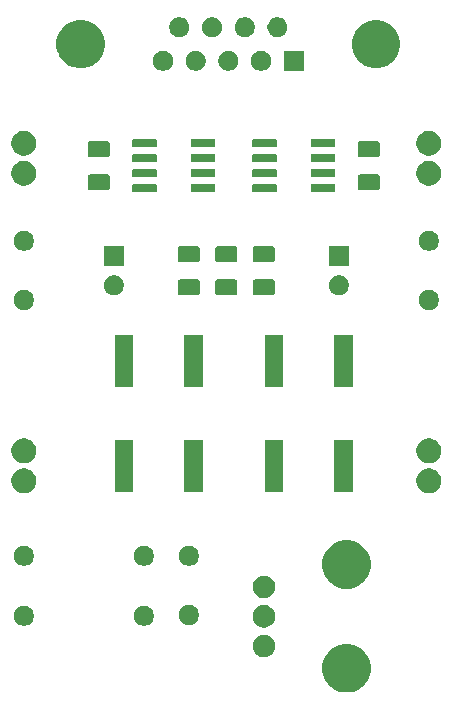
<source format=gbr>
G04 #@! TF.GenerationSoftware,KiCad,Pcbnew,5.1.5-52549c5~84~ubuntu18.04.1*
G04 #@! TF.CreationDate,2020-04-22T17:40:04-07:00*
G04 #@! TF.ProjectId,clock_generator,636c6f63-6b5f-4676-956e-657261746f72,rev?*
G04 #@! TF.SameCoordinates,Original*
G04 #@! TF.FileFunction,Soldermask,Top*
G04 #@! TF.FilePolarity,Negative*
%FSLAX46Y46*%
G04 Gerber Fmt 4.6, Leading zero omitted, Abs format (unit mm)*
G04 Created by KiCad (PCBNEW 5.1.5-52549c5~84~ubuntu18.04.1) date 2020-04-22 17:40:04*
%MOMM*%
%LPD*%
G04 APERTURE LIST*
%ADD10C,0.100000*%
G04 APERTURE END LIST*
D10*
G36*
X132058254Y-115497818D02*
G01*
X132431511Y-115652426D01*
X132431513Y-115652427D01*
X132767436Y-115876884D01*
X133053116Y-116162564D01*
X133268196Y-116484453D01*
X133277574Y-116498489D01*
X133432182Y-116871746D01*
X133511000Y-117267993D01*
X133511000Y-117672007D01*
X133432182Y-118068254D01*
X133277574Y-118441511D01*
X133277573Y-118441513D01*
X133053116Y-118777436D01*
X132767436Y-119063116D01*
X132431513Y-119287573D01*
X132431512Y-119287574D01*
X132431511Y-119287574D01*
X132058254Y-119442182D01*
X131662007Y-119521000D01*
X131257993Y-119521000D01*
X130861746Y-119442182D01*
X130488489Y-119287574D01*
X130488488Y-119287574D01*
X130488487Y-119287573D01*
X130152564Y-119063116D01*
X129866884Y-118777436D01*
X129642427Y-118441513D01*
X129642426Y-118441511D01*
X129487818Y-118068254D01*
X129409000Y-117672007D01*
X129409000Y-117267993D01*
X129487818Y-116871746D01*
X129642426Y-116498489D01*
X129651805Y-116484453D01*
X129866884Y-116162564D01*
X130152564Y-115876884D01*
X130488487Y-115652427D01*
X130488489Y-115652426D01*
X130861746Y-115497818D01*
X131257993Y-115419000D01*
X131662007Y-115419000D01*
X132058254Y-115497818D01*
G37*
G36*
X124737395Y-114655546D02*
G01*
X124910466Y-114727234D01*
X124910467Y-114727235D01*
X125066227Y-114831310D01*
X125198690Y-114963773D01*
X125198691Y-114963775D01*
X125302766Y-115119534D01*
X125374454Y-115292605D01*
X125411000Y-115476333D01*
X125411000Y-115663667D01*
X125374454Y-115847395D01*
X125302766Y-116020466D01*
X125302765Y-116020467D01*
X125198690Y-116176227D01*
X125066227Y-116308690D01*
X124987818Y-116361081D01*
X124910466Y-116412766D01*
X124737395Y-116484454D01*
X124553667Y-116521000D01*
X124366333Y-116521000D01*
X124182605Y-116484454D01*
X124009534Y-116412766D01*
X123932182Y-116361081D01*
X123853773Y-116308690D01*
X123721310Y-116176227D01*
X123617235Y-116020467D01*
X123617234Y-116020466D01*
X123545546Y-115847395D01*
X123509000Y-115663667D01*
X123509000Y-115476333D01*
X123545546Y-115292605D01*
X123617234Y-115119534D01*
X123721309Y-114963775D01*
X123721310Y-114963773D01*
X123853773Y-114831310D01*
X124009533Y-114727235D01*
X124009534Y-114727234D01*
X124182605Y-114655546D01*
X124366333Y-114619000D01*
X124553667Y-114619000D01*
X124737395Y-114655546D01*
G37*
G36*
X124737395Y-112155546D02*
G01*
X124910466Y-112227234D01*
X124910467Y-112227235D01*
X125066227Y-112331310D01*
X125198690Y-112463773D01*
X125198691Y-112463775D01*
X125302766Y-112619534D01*
X125374454Y-112792605D01*
X125411000Y-112976333D01*
X125411000Y-113163667D01*
X125374454Y-113347395D01*
X125302766Y-113520466D01*
X125302765Y-113520467D01*
X125198690Y-113676227D01*
X125066227Y-113808690D01*
X125006954Y-113848295D01*
X124910466Y-113912766D01*
X124737395Y-113984454D01*
X124553667Y-114021000D01*
X124366333Y-114021000D01*
X124182605Y-113984454D01*
X124009534Y-113912766D01*
X123913046Y-113848295D01*
X123853773Y-113808690D01*
X123721310Y-113676227D01*
X123617235Y-113520467D01*
X123617234Y-113520466D01*
X123545546Y-113347395D01*
X123509000Y-113163667D01*
X123509000Y-112976333D01*
X123545546Y-112792605D01*
X123617234Y-112619534D01*
X123721309Y-112463775D01*
X123721310Y-112463773D01*
X123853773Y-112331310D01*
X124009533Y-112227235D01*
X124009534Y-112227234D01*
X124182605Y-112155546D01*
X124366333Y-112119000D01*
X124553667Y-112119000D01*
X124737395Y-112155546D01*
G37*
G36*
X114548228Y-112211703D02*
G01*
X114703100Y-112275853D01*
X114842481Y-112368985D01*
X114961015Y-112487519D01*
X115054147Y-112626900D01*
X115118297Y-112781772D01*
X115151000Y-112946184D01*
X115151000Y-113113816D01*
X115118297Y-113278228D01*
X115054147Y-113433100D01*
X114961015Y-113572481D01*
X114842481Y-113691015D01*
X114703100Y-113784147D01*
X114548228Y-113848297D01*
X114383816Y-113881000D01*
X114216184Y-113881000D01*
X114051772Y-113848297D01*
X113896900Y-113784147D01*
X113757519Y-113691015D01*
X113638985Y-113572481D01*
X113545853Y-113433100D01*
X113481703Y-113278228D01*
X113449000Y-113113816D01*
X113449000Y-112946184D01*
X113481703Y-112781772D01*
X113545853Y-112626900D01*
X113638985Y-112487519D01*
X113757519Y-112368985D01*
X113896900Y-112275853D01*
X114051772Y-112211703D01*
X114216184Y-112179000D01*
X114383816Y-112179000D01*
X114548228Y-112211703D01*
G37*
G36*
X104388228Y-112211703D02*
G01*
X104543100Y-112275853D01*
X104682481Y-112368985D01*
X104801015Y-112487519D01*
X104894147Y-112626900D01*
X104958297Y-112781772D01*
X104991000Y-112946184D01*
X104991000Y-113113816D01*
X104958297Y-113278228D01*
X104894147Y-113433100D01*
X104801015Y-113572481D01*
X104682481Y-113691015D01*
X104543100Y-113784147D01*
X104388228Y-113848297D01*
X104223816Y-113881000D01*
X104056184Y-113881000D01*
X103891772Y-113848297D01*
X103736900Y-113784147D01*
X103597519Y-113691015D01*
X103478985Y-113572481D01*
X103385853Y-113433100D01*
X103321703Y-113278228D01*
X103289000Y-113113816D01*
X103289000Y-112946184D01*
X103321703Y-112781772D01*
X103385853Y-112626900D01*
X103478985Y-112487519D01*
X103597519Y-112368985D01*
X103736900Y-112275853D01*
X103891772Y-112211703D01*
X104056184Y-112179000D01*
X104223816Y-112179000D01*
X104388228Y-112211703D01*
G37*
G36*
X118358228Y-112131703D02*
G01*
X118513100Y-112195853D01*
X118652481Y-112288985D01*
X118771015Y-112407519D01*
X118864147Y-112546900D01*
X118928297Y-112701772D01*
X118961000Y-112866184D01*
X118961000Y-113033816D01*
X118928297Y-113198228D01*
X118864147Y-113353100D01*
X118771015Y-113492481D01*
X118652481Y-113611015D01*
X118513100Y-113704147D01*
X118358228Y-113768297D01*
X118193816Y-113801000D01*
X118026184Y-113801000D01*
X117861772Y-113768297D01*
X117706900Y-113704147D01*
X117567519Y-113611015D01*
X117448985Y-113492481D01*
X117355853Y-113353100D01*
X117291703Y-113198228D01*
X117259000Y-113033816D01*
X117259000Y-112866184D01*
X117291703Y-112701772D01*
X117355853Y-112546900D01*
X117448985Y-112407519D01*
X117567519Y-112288985D01*
X117706900Y-112195853D01*
X117861772Y-112131703D01*
X118026184Y-112099000D01*
X118193816Y-112099000D01*
X118358228Y-112131703D01*
G37*
G36*
X124737395Y-109655546D02*
G01*
X124910466Y-109727234D01*
X124910467Y-109727235D01*
X125066227Y-109831310D01*
X125198690Y-109963773D01*
X125198691Y-109963775D01*
X125302766Y-110119534D01*
X125374454Y-110292605D01*
X125411000Y-110476333D01*
X125411000Y-110663667D01*
X125374454Y-110847395D01*
X125302766Y-111020466D01*
X125302765Y-111020467D01*
X125198690Y-111176227D01*
X125066227Y-111308690D01*
X124987818Y-111361081D01*
X124910466Y-111412766D01*
X124737395Y-111484454D01*
X124553667Y-111521000D01*
X124366333Y-111521000D01*
X124182605Y-111484454D01*
X124009534Y-111412766D01*
X123932182Y-111361081D01*
X123853773Y-111308690D01*
X123721310Y-111176227D01*
X123617235Y-111020467D01*
X123617234Y-111020466D01*
X123545546Y-110847395D01*
X123509000Y-110663667D01*
X123509000Y-110476333D01*
X123545546Y-110292605D01*
X123617234Y-110119534D01*
X123721309Y-109963775D01*
X123721310Y-109963773D01*
X123853773Y-109831310D01*
X124009533Y-109727235D01*
X124009534Y-109727234D01*
X124182605Y-109655546D01*
X124366333Y-109619000D01*
X124553667Y-109619000D01*
X124737395Y-109655546D01*
G37*
G36*
X132058254Y-106697818D02*
G01*
X132431511Y-106852426D01*
X132431513Y-106852427D01*
X132767436Y-107076884D01*
X133053116Y-107362564D01*
X133176288Y-107546903D01*
X133277574Y-107698489D01*
X133432182Y-108071746D01*
X133511000Y-108467993D01*
X133511000Y-108872007D01*
X133432182Y-109268254D01*
X133286898Y-109619000D01*
X133277573Y-109641513D01*
X133053116Y-109977436D01*
X132767436Y-110263116D01*
X132431513Y-110487573D01*
X132431512Y-110487574D01*
X132431511Y-110487574D01*
X132058254Y-110642182D01*
X131662007Y-110721000D01*
X131257993Y-110721000D01*
X130861746Y-110642182D01*
X130488489Y-110487574D01*
X130488488Y-110487574D01*
X130488487Y-110487573D01*
X130152564Y-110263116D01*
X129866884Y-109977436D01*
X129642427Y-109641513D01*
X129633102Y-109619000D01*
X129487818Y-109268254D01*
X129409000Y-108872007D01*
X129409000Y-108467993D01*
X129487818Y-108071746D01*
X129642426Y-107698489D01*
X129743713Y-107546903D01*
X129866884Y-107362564D01*
X130152564Y-107076884D01*
X130488487Y-106852427D01*
X130488489Y-106852426D01*
X130861746Y-106697818D01*
X131257993Y-106619000D01*
X131662007Y-106619000D01*
X132058254Y-106697818D01*
G37*
G36*
X118358228Y-107131703D02*
G01*
X118513100Y-107195853D01*
X118652481Y-107288985D01*
X118771015Y-107407519D01*
X118864147Y-107546900D01*
X118928297Y-107701772D01*
X118961000Y-107866184D01*
X118961000Y-108033816D01*
X118928297Y-108198228D01*
X118864147Y-108353100D01*
X118771015Y-108492481D01*
X118652481Y-108611015D01*
X118513100Y-108704147D01*
X118358228Y-108768297D01*
X118193816Y-108801000D01*
X118026184Y-108801000D01*
X117861772Y-108768297D01*
X117706900Y-108704147D01*
X117567519Y-108611015D01*
X117448985Y-108492481D01*
X117355853Y-108353100D01*
X117291703Y-108198228D01*
X117259000Y-108033816D01*
X117259000Y-107866184D01*
X117291703Y-107701772D01*
X117355853Y-107546900D01*
X117448985Y-107407519D01*
X117567519Y-107288985D01*
X117706900Y-107195853D01*
X117861772Y-107131703D01*
X118026184Y-107099000D01*
X118193816Y-107099000D01*
X118358228Y-107131703D01*
G37*
G36*
X114548228Y-107131703D02*
G01*
X114703100Y-107195853D01*
X114842481Y-107288985D01*
X114961015Y-107407519D01*
X115054147Y-107546900D01*
X115118297Y-107701772D01*
X115151000Y-107866184D01*
X115151000Y-108033816D01*
X115118297Y-108198228D01*
X115054147Y-108353100D01*
X114961015Y-108492481D01*
X114842481Y-108611015D01*
X114703100Y-108704147D01*
X114548228Y-108768297D01*
X114383816Y-108801000D01*
X114216184Y-108801000D01*
X114051772Y-108768297D01*
X113896900Y-108704147D01*
X113757519Y-108611015D01*
X113638985Y-108492481D01*
X113545853Y-108353100D01*
X113481703Y-108198228D01*
X113449000Y-108033816D01*
X113449000Y-107866184D01*
X113481703Y-107701772D01*
X113545853Y-107546900D01*
X113638985Y-107407519D01*
X113757519Y-107288985D01*
X113896900Y-107195853D01*
X114051772Y-107131703D01*
X114216184Y-107099000D01*
X114383816Y-107099000D01*
X114548228Y-107131703D01*
G37*
G36*
X104388228Y-107131703D02*
G01*
X104543100Y-107195853D01*
X104682481Y-107288985D01*
X104801015Y-107407519D01*
X104894147Y-107546900D01*
X104958297Y-107701772D01*
X104991000Y-107866184D01*
X104991000Y-108033816D01*
X104958297Y-108198228D01*
X104894147Y-108353100D01*
X104801015Y-108492481D01*
X104682481Y-108611015D01*
X104543100Y-108704147D01*
X104388228Y-108768297D01*
X104223816Y-108801000D01*
X104056184Y-108801000D01*
X103891772Y-108768297D01*
X103736900Y-108704147D01*
X103597519Y-108611015D01*
X103478985Y-108492481D01*
X103385853Y-108353100D01*
X103321703Y-108198228D01*
X103289000Y-108033816D01*
X103289000Y-107866184D01*
X103321703Y-107701772D01*
X103385853Y-107546900D01*
X103478985Y-107407519D01*
X103597519Y-107288985D01*
X103736900Y-107195853D01*
X103891772Y-107131703D01*
X104056184Y-107099000D01*
X104223816Y-107099000D01*
X104388228Y-107131703D01*
G37*
G36*
X104446564Y-100589389D02*
G01*
X104637833Y-100668615D01*
X104637835Y-100668616D01*
X104690791Y-100704000D01*
X104809973Y-100783635D01*
X104956365Y-100930027D01*
X105071385Y-101102167D01*
X105150611Y-101293436D01*
X105191000Y-101496484D01*
X105191000Y-101703516D01*
X105150611Y-101906564D01*
X105071385Y-102097833D01*
X105071384Y-102097835D01*
X104956365Y-102269973D01*
X104809973Y-102416365D01*
X104637835Y-102531384D01*
X104637834Y-102531385D01*
X104637833Y-102531385D01*
X104446564Y-102610611D01*
X104243516Y-102651000D01*
X104036484Y-102651000D01*
X103833436Y-102610611D01*
X103642167Y-102531385D01*
X103642166Y-102531385D01*
X103642165Y-102531384D01*
X103470027Y-102416365D01*
X103323635Y-102269973D01*
X103208616Y-102097835D01*
X103208615Y-102097833D01*
X103129389Y-101906564D01*
X103089000Y-101703516D01*
X103089000Y-101496484D01*
X103129389Y-101293436D01*
X103208615Y-101102167D01*
X103323635Y-100930027D01*
X103470027Y-100783635D01*
X103589209Y-100704000D01*
X103642165Y-100668616D01*
X103642167Y-100668615D01*
X103833436Y-100589389D01*
X104036484Y-100549000D01*
X104243516Y-100549000D01*
X104446564Y-100589389D01*
G37*
G36*
X138736564Y-100589389D02*
G01*
X138927833Y-100668615D01*
X138927835Y-100668616D01*
X138980791Y-100704000D01*
X139099973Y-100783635D01*
X139246365Y-100930027D01*
X139361385Y-101102167D01*
X139440611Y-101293436D01*
X139481000Y-101496484D01*
X139481000Y-101703516D01*
X139440611Y-101906564D01*
X139361385Y-102097833D01*
X139361384Y-102097835D01*
X139246365Y-102269973D01*
X139099973Y-102416365D01*
X138927835Y-102531384D01*
X138927834Y-102531385D01*
X138927833Y-102531385D01*
X138736564Y-102610611D01*
X138533516Y-102651000D01*
X138326484Y-102651000D01*
X138123436Y-102610611D01*
X137932167Y-102531385D01*
X137932166Y-102531385D01*
X137932165Y-102531384D01*
X137760027Y-102416365D01*
X137613635Y-102269973D01*
X137498616Y-102097835D01*
X137498615Y-102097833D01*
X137419389Y-101906564D01*
X137379000Y-101703516D01*
X137379000Y-101496484D01*
X137419389Y-101293436D01*
X137498615Y-101102167D01*
X137613635Y-100930027D01*
X137760027Y-100783635D01*
X137879209Y-100704000D01*
X137932165Y-100668616D01*
X137932167Y-100668615D01*
X138123436Y-100589389D01*
X138326484Y-100549000D01*
X138533516Y-100549000D01*
X138736564Y-100589389D01*
G37*
G36*
X113396000Y-102556000D02*
G01*
X111844000Y-102556000D01*
X111844000Y-98104000D01*
X113396000Y-98104000D01*
X113396000Y-102556000D01*
G37*
G36*
X119296000Y-102556000D02*
G01*
X117744000Y-102556000D01*
X117744000Y-98104000D01*
X119296000Y-98104000D01*
X119296000Y-102556000D01*
G37*
G36*
X126096000Y-102556000D02*
G01*
X124544000Y-102556000D01*
X124544000Y-98104000D01*
X126096000Y-98104000D01*
X126096000Y-102556000D01*
G37*
G36*
X131996000Y-102556000D02*
G01*
X130444000Y-102556000D01*
X130444000Y-98104000D01*
X131996000Y-98104000D01*
X131996000Y-102556000D01*
G37*
G36*
X138736564Y-98049389D02*
G01*
X138927833Y-98128615D01*
X138927835Y-98128616D01*
X139099973Y-98243635D01*
X139246365Y-98390027D01*
X139361385Y-98562167D01*
X139440611Y-98753436D01*
X139481000Y-98956484D01*
X139481000Y-99163516D01*
X139440611Y-99366564D01*
X139361385Y-99557833D01*
X139361384Y-99557835D01*
X139246365Y-99729973D01*
X139099973Y-99876365D01*
X138927835Y-99991384D01*
X138927834Y-99991385D01*
X138927833Y-99991385D01*
X138736564Y-100070611D01*
X138533516Y-100111000D01*
X138326484Y-100111000D01*
X138123436Y-100070611D01*
X137932167Y-99991385D01*
X137932166Y-99991385D01*
X137932165Y-99991384D01*
X137760027Y-99876365D01*
X137613635Y-99729973D01*
X137498616Y-99557835D01*
X137498615Y-99557833D01*
X137419389Y-99366564D01*
X137379000Y-99163516D01*
X137379000Y-98956484D01*
X137419389Y-98753436D01*
X137498615Y-98562167D01*
X137613635Y-98390027D01*
X137760027Y-98243635D01*
X137932165Y-98128616D01*
X137932167Y-98128615D01*
X138123436Y-98049389D01*
X138326484Y-98009000D01*
X138533516Y-98009000D01*
X138736564Y-98049389D01*
G37*
G36*
X104446564Y-98049389D02*
G01*
X104637833Y-98128615D01*
X104637835Y-98128616D01*
X104809973Y-98243635D01*
X104956365Y-98390027D01*
X105071385Y-98562167D01*
X105150611Y-98753436D01*
X105191000Y-98956484D01*
X105191000Y-99163516D01*
X105150611Y-99366564D01*
X105071385Y-99557833D01*
X105071384Y-99557835D01*
X104956365Y-99729973D01*
X104809973Y-99876365D01*
X104637835Y-99991384D01*
X104637834Y-99991385D01*
X104637833Y-99991385D01*
X104446564Y-100070611D01*
X104243516Y-100111000D01*
X104036484Y-100111000D01*
X103833436Y-100070611D01*
X103642167Y-99991385D01*
X103642166Y-99991385D01*
X103642165Y-99991384D01*
X103470027Y-99876365D01*
X103323635Y-99729973D01*
X103208616Y-99557835D01*
X103208615Y-99557833D01*
X103129389Y-99366564D01*
X103089000Y-99163516D01*
X103089000Y-98956484D01*
X103129389Y-98753436D01*
X103208615Y-98562167D01*
X103323635Y-98390027D01*
X103470027Y-98243635D01*
X103642165Y-98128616D01*
X103642167Y-98128615D01*
X103833436Y-98049389D01*
X104036484Y-98009000D01*
X104243516Y-98009000D01*
X104446564Y-98049389D01*
G37*
G36*
X119296000Y-93666000D02*
G01*
X117744000Y-93666000D01*
X117744000Y-89214000D01*
X119296000Y-89214000D01*
X119296000Y-93666000D01*
G37*
G36*
X131996000Y-93666000D02*
G01*
X130444000Y-93666000D01*
X130444000Y-89214000D01*
X131996000Y-89214000D01*
X131996000Y-93666000D01*
G37*
G36*
X126096000Y-93666000D02*
G01*
X124544000Y-93666000D01*
X124544000Y-89214000D01*
X126096000Y-89214000D01*
X126096000Y-93666000D01*
G37*
G36*
X113396000Y-93666000D02*
G01*
X111844000Y-93666000D01*
X111844000Y-89214000D01*
X113396000Y-89214000D01*
X113396000Y-93666000D01*
G37*
G36*
X104388228Y-85461703D02*
G01*
X104543100Y-85525853D01*
X104682481Y-85618985D01*
X104801015Y-85737519D01*
X104894147Y-85876900D01*
X104958297Y-86031772D01*
X104991000Y-86196184D01*
X104991000Y-86363816D01*
X104958297Y-86528228D01*
X104894147Y-86683100D01*
X104801015Y-86822481D01*
X104682481Y-86941015D01*
X104543100Y-87034147D01*
X104388228Y-87098297D01*
X104223816Y-87131000D01*
X104056184Y-87131000D01*
X103891772Y-87098297D01*
X103736900Y-87034147D01*
X103597519Y-86941015D01*
X103478985Y-86822481D01*
X103385853Y-86683100D01*
X103321703Y-86528228D01*
X103289000Y-86363816D01*
X103289000Y-86196184D01*
X103321703Y-86031772D01*
X103385853Y-85876900D01*
X103478985Y-85737519D01*
X103597519Y-85618985D01*
X103736900Y-85525853D01*
X103891772Y-85461703D01*
X104056184Y-85429000D01*
X104223816Y-85429000D01*
X104388228Y-85461703D01*
G37*
G36*
X138678228Y-85461703D02*
G01*
X138833100Y-85525853D01*
X138972481Y-85618985D01*
X139091015Y-85737519D01*
X139184147Y-85876900D01*
X139248297Y-86031772D01*
X139281000Y-86196184D01*
X139281000Y-86363816D01*
X139248297Y-86528228D01*
X139184147Y-86683100D01*
X139091015Y-86822481D01*
X138972481Y-86941015D01*
X138833100Y-87034147D01*
X138678228Y-87098297D01*
X138513816Y-87131000D01*
X138346184Y-87131000D01*
X138181772Y-87098297D01*
X138026900Y-87034147D01*
X137887519Y-86941015D01*
X137768985Y-86822481D01*
X137675853Y-86683100D01*
X137611703Y-86528228D01*
X137579000Y-86363816D01*
X137579000Y-86196184D01*
X137611703Y-86031772D01*
X137675853Y-85876900D01*
X137768985Y-85737519D01*
X137887519Y-85618985D01*
X138026900Y-85525853D01*
X138181772Y-85461703D01*
X138346184Y-85429000D01*
X138513816Y-85429000D01*
X138678228Y-85461703D01*
G37*
G36*
X112008228Y-84231703D02*
G01*
X112163100Y-84295853D01*
X112302481Y-84388985D01*
X112421015Y-84507519D01*
X112514147Y-84646900D01*
X112578297Y-84801772D01*
X112611000Y-84966184D01*
X112611000Y-85133816D01*
X112578297Y-85298228D01*
X112514147Y-85453100D01*
X112421015Y-85592481D01*
X112302481Y-85711015D01*
X112163100Y-85804147D01*
X112008228Y-85868297D01*
X111843816Y-85901000D01*
X111676184Y-85901000D01*
X111511772Y-85868297D01*
X111356900Y-85804147D01*
X111217519Y-85711015D01*
X111098985Y-85592481D01*
X111005853Y-85453100D01*
X110941703Y-85298228D01*
X110909000Y-85133816D01*
X110909000Y-84966184D01*
X110941703Y-84801772D01*
X111005853Y-84646900D01*
X111098985Y-84507519D01*
X111217519Y-84388985D01*
X111356900Y-84295853D01*
X111511772Y-84231703D01*
X111676184Y-84199000D01*
X111843816Y-84199000D01*
X112008228Y-84231703D01*
G37*
G36*
X131058228Y-84231703D02*
G01*
X131213100Y-84295853D01*
X131352481Y-84388985D01*
X131471015Y-84507519D01*
X131564147Y-84646900D01*
X131628297Y-84801772D01*
X131661000Y-84966184D01*
X131661000Y-85133816D01*
X131628297Y-85298228D01*
X131564147Y-85453100D01*
X131471015Y-85592481D01*
X131352481Y-85711015D01*
X131213100Y-85804147D01*
X131058228Y-85868297D01*
X130893816Y-85901000D01*
X130726184Y-85901000D01*
X130561772Y-85868297D01*
X130406900Y-85804147D01*
X130267519Y-85711015D01*
X130148985Y-85592481D01*
X130055853Y-85453100D01*
X129991703Y-85298228D01*
X129959000Y-85133816D01*
X129959000Y-84966184D01*
X129991703Y-84801772D01*
X130055853Y-84646900D01*
X130148985Y-84507519D01*
X130267519Y-84388985D01*
X130406900Y-84295853D01*
X130561772Y-84231703D01*
X130726184Y-84199000D01*
X130893816Y-84199000D01*
X131058228Y-84231703D01*
G37*
G36*
X118878604Y-84548347D02*
G01*
X118915144Y-84559432D01*
X118948821Y-84577433D01*
X118978341Y-84601659D01*
X119002567Y-84631179D01*
X119020568Y-84664856D01*
X119031653Y-84701396D01*
X119036000Y-84745538D01*
X119036000Y-85694462D01*
X119031653Y-85738604D01*
X119020568Y-85775144D01*
X119002567Y-85808821D01*
X118978341Y-85838341D01*
X118948821Y-85862567D01*
X118915144Y-85880568D01*
X118878604Y-85891653D01*
X118834462Y-85896000D01*
X117385538Y-85896000D01*
X117341396Y-85891653D01*
X117304856Y-85880568D01*
X117271179Y-85862567D01*
X117241659Y-85838341D01*
X117217433Y-85808821D01*
X117199432Y-85775144D01*
X117188347Y-85738604D01*
X117184000Y-85694462D01*
X117184000Y-84745538D01*
X117188347Y-84701396D01*
X117199432Y-84664856D01*
X117217433Y-84631179D01*
X117241659Y-84601659D01*
X117271179Y-84577433D01*
X117304856Y-84559432D01*
X117341396Y-84548347D01*
X117385538Y-84544000D01*
X118834462Y-84544000D01*
X118878604Y-84548347D01*
G37*
G36*
X122053604Y-84548347D02*
G01*
X122090144Y-84559432D01*
X122123821Y-84577433D01*
X122153341Y-84601659D01*
X122177567Y-84631179D01*
X122195568Y-84664856D01*
X122206653Y-84701396D01*
X122211000Y-84745538D01*
X122211000Y-85694462D01*
X122206653Y-85738604D01*
X122195568Y-85775144D01*
X122177567Y-85808821D01*
X122153341Y-85838341D01*
X122123821Y-85862567D01*
X122090144Y-85880568D01*
X122053604Y-85891653D01*
X122009462Y-85896000D01*
X120560538Y-85896000D01*
X120516396Y-85891653D01*
X120479856Y-85880568D01*
X120446179Y-85862567D01*
X120416659Y-85838341D01*
X120392433Y-85808821D01*
X120374432Y-85775144D01*
X120363347Y-85738604D01*
X120359000Y-85694462D01*
X120359000Y-84745538D01*
X120363347Y-84701396D01*
X120374432Y-84664856D01*
X120392433Y-84631179D01*
X120416659Y-84601659D01*
X120446179Y-84577433D01*
X120479856Y-84559432D01*
X120516396Y-84548347D01*
X120560538Y-84544000D01*
X122009462Y-84544000D01*
X122053604Y-84548347D01*
G37*
G36*
X125228604Y-84548347D02*
G01*
X125265144Y-84559432D01*
X125298821Y-84577433D01*
X125328341Y-84601659D01*
X125352567Y-84631179D01*
X125370568Y-84664856D01*
X125381653Y-84701396D01*
X125386000Y-84745538D01*
X125386000Y-85694462D01*
X125381653Y-85738604D01*
X125370568Y-85775144D01*
X125352567Y-85808821D01*
X125328341Y-85838341D01*
X125298821Y-85862567D01*
X125265144Y-85880568D01*
X125228604Y-85891653D01*
X125184462Y-85896000D01*
X123735538Y-85896000D01*
X123691396Y-85891653D01*
X123654856Y-85880568D01*
X123621179Y-85862567D01*
X123591659Y-85838341D01*
X123567433Y-85808821D01*
X123549432Y-85775144D01*
X123538347Y-85738604D01*
X123534000Y-85694462D01*
X123534000Y-84745538D01*
X123538347Y-84701396D01*
X123549432Y-84664856D01*
X123567433Y-84631179D01*
X123591659Y-84601659D01*
X123621179Y-84577433D01*
X123654856Y-84559432D01*
X123691396Y-84548347D01*
X123735538Y-84544000D01*
X125184462Y-84544000D01*
X125228604Y-84548347D01*
G37*
G36*
X131661000Y-83401000D02*
G01*
X129959000Y-83401000D01*
X129959000Y-81699000D01*
X131661000Y-81699000D01*
X131661000Y-83401000D01*
G37*
G36*
X112611000Y-83401000D02*
G01*
X110909000Y-83401000D01*
X110909000Y-81699000D01*
X112611000Y-81699000D01*
X112611000Y-83401000D01*
G37*
G36*
X125228604Y-81748347D02*
G01*
X125265144Y-81759432D01*
X125298821Y-81777433D01*
X125328341Y-81801659D01*
X125352567Y-81831179D01*
X125370568Y-81864856D01*
X125381653Y-81901396D01*
X125386000Y-81945538D01*
X125386000Y-82894462D01*
X125381653Y-82938604D01*
X125370568Y-82975144D01*
X125352567Y-83008821D01*
X125328341Y-83038341D01*
X125298821Y-83062567D01*
X125265144Y-83080568D01*
X125228604Y-83091653D01*
X125184462Y-83096000D01*
X123735538Y-83096000D01*
X123691396Y-83091653D01*
X123654856Y-83080568D01*
X123621179Y-83062567D01*
X123591659Y-83038341D01*
X123567433Y-83008821D01*
X123549432Y-82975144D01*
X123538347Y-82938604D01*
X123534000Y-82894462D01*
X123534000Y-81945538D01*
X123538347Y-81901396D01*
X123549432Y-81864856D01*
X123567433Y-81831179D01*
X123591659Y-81801659D01*
X123621179Y-81777433D01*
X123654856Y-81759432D01*
X123691396Y-81748347D01*
X123735538Y-81744000D01*
X125184462Y-81744000D01*
X125228604Y-81748347D01*
G37*
G36*
X118878604Y-81748347D02*
G01*
X118915144Y-81759432D01*
X118948821Y-81777433D01*
X118978341Y-81801659D01*
X119002567Y-81831179D01*
X119020568Y-81864856D01*
X119031653Y-81901396D01*
X119036000Y-81945538D01*
X119036000Y-82894462D01*
X119031653Y-82938604D01*
X119020568Y-82975144D01*
X119002567Y-83008821D01*
X118978341Y-83038341D01*
X118948821Y-83062567D01*
X118915144Y-83080568D01*
X118878604Y-83091653D01*
X118834462Y-83096000D01*
X117385538Y-83096000D01*
X117341396Y-83091653D01*
X117304856Y-83080568D01*
X117271179Y-83062567D01*
X117241659Y-83038341D01*
X117217433Y-83008821D01*
X117199432Y-82975144D01*
X117188347Y-82938604D01*
X117184000Y-82894462D01*
X117184000Y-81945538D01*
X117188347Y-81901396D01*
X117199432Y-81864856D01*
X117217433Y-81831179D01*
X117241659Y-81801659D01*
X117271179Y-81777433D01*
X117304856Y-81759432D01*
X117341396Y-81748347D01*
X117385538Y-81744000D01*
X118834462Y-81744000D01*
X118878604Y-81748347D01*
G37*
G36*
X122053604Y-81748347D02*
G01*
X122090144Y-81759432D01*
X122123821Y-81777433D01*
X122153341Y-81801659D01*
X122177567Y-81831179D01*
X122195568Y-81864856D01*
X122206653Y-81901396D01*
X122211000Y-81945538D01*
X122211000Y-82894462D01*
X122206653Y-82938604D01*
X122195568Y-82975144D01*
X122177567Y-83008821D01*
X122153341Y-83038341D01*
X122123821Y-83062567D01*
X122090144Y-83080568D01*
X122053604Y-83091653D01*
X122009462Y-83096000D01*
X120560538Y-83096000D01*
X120516396Y-83091653D01*
X120479856Y-83080568D01*
X120446179Y-83062567D01*
X120416659Y-83038341D01*
X120392433Y-83008821D01*
X120374432Y-82975144D01*
X120363347Y-82938604D01*
X120359000Y-82894462D01*
X120359000Y-81945538D01*
X120363347Y-81901396D01*
X120374432Y-81864856D01*
X120392433Y-81831179D01*
X120416659Y-81801659D01*
X120446179Y-81777433D01*
X120479856Y-81759432D01*
X120516396Y-81748347D01*
X120560538Y-81744000D01*
X122009462Y-81744000D01*
X122053604Y-81748347D01*
G37*
G36*
X104388228Y-80461703D02*
G01*
X104543100Y-80525853D01*
X104682481Y-80618985D01*
X104801015Y-80737519D01*
X104894147Y-80876900D01*
X104958297Y-81031772D01*
X104991000Y-81196184D01*
X104991000Y-81363816D01*
X104958297Y-81528228D01*
X104894147Y-81683100D01*
X104801015Y-81822481D01*
X104682481Y-81941015D01*
X104543100Y-82034147D01*
X104388228Y-82098297D01*
X104223816Y-82131000D01*
X104056184Y-82131000D01*
X103891772Y-82098297D01*
X103736900Y-82034147D01*
X103597519Y-81941015D01*
X103478985Y-81822481D01*
X103385853Y-81683100D01*
X103321703Y-81528228D01*
X103289000Y-81363816D01*
X103289000Y-81196184D01*
X103321703Y-81031772D01*
X103385853Y-80876900D01*
X103478985Y-80737519D01*
X103597519Y-80618985D01*
X103736900Y-80525853D01*
X103891772Y-80461703D01*
X104056184Y-80429000D01*
X104223816Y-80429000D01*
X104388228Y-80461703D01*
G37*
G36*
X138678228Y-80461703D02*
G01*
X138833100Y-80525853D01*
X138972481Y-80618985D01*
X139091015Y-80737519D01*
X139184147Y-80876900D01*
X139248297Y-81031772D01*
X139281000Y-81196184D01*
X139281000Y-81363816D01*
X139248297Y-81528228D01*
X139184147Y-81683100D01*
X139091015Y-81822481D01*
X138972481Y-81941015D01*
X138833100Y-82034147D01*
X138678228Y-82098297D01*
X138513816Y-82131000D01*
X138346184Y-82131000D01*
X138181772Y-82098297D01*
X138026900Y-82034147D01*
X137887519Y-81941015D01*
X137768985Y-81822481D01*
X137675853Y-81683100D01*
X137611703Y-81528228D01*
X137579000Y-81363816D01*
X137579000Y-81196184D01*
X137611703Y-81031772D01*
X137675853Y-80876900D01*
X137768985Y-80737519D01*
X137887519Y-80618985D01*
X138026900Y-80525853D01*
X138181772Y-80461703D01*
X138346184Y-80429000D01*
X138513816Y-80429000D01*
X138678228Y-80461703D01*
G37*
G36*
X120249928Y-76486764D02*
G01*
X120271009Y-76493160D01*
X120290445Y-76503548D01*
X120307476Y-76517524D01*
X120321452Y-76534555D01*
X120331840Y-76553991D01*
X120338236Y-76575072D01*
X120341000Y-76603140D01*
X120341000Y-77066860D01*
X120338236Y-77094928D01*
X120331840Y-77116009D01*
X120321452Y-77135445D01*
X120307476Y-77152476D01*
X120290445Y-77166452D01*
X120271009Y-77176840D01*
X120249928Y-77183236D01*
X120221860Y-77186000D01*
X118408140Y-77186000D01*
X118380072Y-77183236D01*
X118358991Y-77176840D01*
X118339555Y-77166452D01*
X118322524Y-77152476D01*
X118308548Y-77135445D01*
X118298160Y-77116009D01*
X118291764Y-77094928D01*
X118289000Y-77066860D01*
X118289000Y-76603140D01*
X118291764Y-76575072D01*
X118298160Y-76553991D01*
X118308548Y-76534555D01*
X118322524Y-76517524D01*
X118339555Y-76503548D01*
X118358991Y-76493160D01*
X118380072Y-76486764D01*
X118408140Y-76484000D01*
X120221860Y-76484000D01*
X120249928Y-76486764D01*
G37*
G36*
X115299928Y-76486764D02*
G01*
X115321009Y-76493160D01*
X115340445Y-76503548D01*
X115357476Y-76517524D01*
X115371452Y-76534555D01*
X115381840Y-76553991D01*
X115388236Y-76575072D01*
X115391000Y-76603140D01*
X115391000Y-77066860D01*
X115388236Y-77094928D01*
X115381840Y-77116009D01*
X115371452Y-77135445D01*
X115357476Y-77152476D01*
X115340445Y-77166452D01*
X115321009Y-77176840D01*
X115299928Y-77183236D01*
X115271860Y-77186000D01*
X113458140Y-77186000D01*
X113430072Y-77183236D01*
X113408991Y-77176840D01*
X113389555Y-77166452D01*
X113372524Y-77152476D01*
X113358548Y-77135445D01*
X113348160Y-77116009D01*
X113341764Y-77094928D01*
X113339000Y-77066860D01*
X113339000Y-76603140D01*
X113341764Y-76575072D01*
X113348160Y-76553991D01*
X113358548Y-76534555D01*
X113372524Y-76517524D01*
X113389555Y-76503548D01*
X113408991Y-76493160D01*
X113430072Y-76486764D01*
X113458140Y-76484000D01*
X115271860Y-76484000D01*
X115299928Y-76486764D01*
G37*
G36*
X130409928Y-76486764D02*
G01*
X130431009Y-76493160D01*
X130450445Y-76503548D01*
X130467476Y-76517524D01*
X130481452Y-76534555D01*
X130491840Y-76553991D01*
X130498236Y-76575072D01*
X130501000Y-76603140D01*
X130501000Y-77066860D01*
X130498236Y-77094928D01*
X130491840Y-77116009D01*
X130481452Y-77135445D01*
X130467476Y-77152476D01*
X130450445Y-77166452D01*
X130431009Y-77176840D01*
X130409928Y-77183236D01*
X130381860Y-77186000D01*
X128568140Y-77186000D01*
X128540072Y-77183236D01*
X128518991Y-77176840D01*
X128499555Y-77166452D01*
X128482524Y-77152476D01*
X128468548Y-77135445D01*
X128458160Y-77116009D01*
X128451764Y-77094928D01*
X128449000Y-77066860D01*
X128449000Y-76603140D01*
X128451764Y-76575072D01*
X128458160Y-76553991D01*
X128468548Y-76534555D01*
X128482524Y-76517524D01*
X128499555Y-76503548D01*
X128518991Y-76493160D01*
X128540072Y-76486764D01*
X128568140Y-76484000D01*
X130381860Y-76484000D01*
X130409928Y-76486764D01*
G37*
G36*
X125459928Y-76486764D02*
G01*
X125481009Y-76493160D01*
X125500445Y-76503548D01*
X125517476Y-76517524D01*
X125531452Y-76534555D01*
X125541840Y-76553991D01*
X125548236Y-76575072D01*
X125551000Y-76603140D01*
X125551000Y-77066860D01*
X125548236Y-77094928D01*
X125541840Y-77116009D01*
X125531452Y-77135445D01*
X125517476Y-77152476D01*
X125500445Y-77166452D01*
X125481009Y-77176840D01*
X125459928Y-77183236D01*
X125431860Y-77186000D01*
X123618140Y-77186000D01*
X123590072Y-77183236D01*
X123568991Y-77176840D01*
X123549555Y-77166452D01*
X123532524Y-77152476D01*
X123518548Y-77135445D01*
X123508160Y-77116009D01*
X123501764Y-77094928D01*
X123499000Y-77066860D01*
X123499000Y-76603140D01*
X123501764Y-76575072D01*
X123508160Y-76553991D01*
X123518548Y-76534555D01*
X123532524Y-76517524D01*
X123549555Y-76503548D01*
X123568991Y-76493160D01*
X123590072Y-76486764D01*
X123618140Y-76484000D01*
X125431860Y-76484000D01*
X125459928Y-76486764D01*
G37*
G36*
X111258604Y-75658347D02*
G01*
X111295144Y-75669432D01*
X111328821Y-75687433D01*
X111358341Y-75711659D01*
X111382567Y-75741179D01*
X111400568Y-75774856D01*
X111411653Y-75811396D01*
X111416000Y-75855538D01*
X111416000Y-76804462D01*
X111411653Y-76848604D01*
X111400568Y-76885144D01*
X111382567Y-76918821D01*
X111358341Y-76948341D01*
X111328821Y-76972567D01*
X111295144Y-76990568D01*
X111258604Y-77001653D01*
X111214462Y-77006000D01*
X109765538Y-77006000D01*
X109721396Y-77001653D01*
X109684856Y-76990568D01*
X109651179Y-76972567D01*
X109621659Y-76948341D01*
X109597433Y-76918821D01*
X109579432Y-76885144D01*
X109568347Y-76848604D01*
X109564000Y-76804462D01*
X109564000Y-75855538D01*
X109568347Y-75811396D01*
X109579432Y-75774856D01*
X109597433Y-75741179D01*
X109621659Y-75711659D01*
X109651179Y-75687433D01*
X109684856Y-75669432D01*
X109721396Y-75658347D01*
X109765538Y-75654000D01*
X111214462Y-75654000D01*
X111258604Y-75658347D01*
G37*
G36*
X134118604Y-75658347D02*
G01*
X134155144Y-75669432D01*
X134188821Y-75687433D01*
X134218341Y-75711659D01*
X134242567Y-75741179D01*
X134260568Y-75774856D01*
X134271653Y-75811396D01*
X134276000Y-75855538D01*
X134276000Y-76804462D01*
X134271653Y-76848604D01*
X134260568Y-76885144D01*
X134242567Y-76918821D01*
X134218341Y-76948341D01*
X134188821Y-76972567D01*
X134155144Y-76990568D01*
X134118604Y-77001653D01*
X134074462Y-77006000D01*
X132625538Y-77006000D01*
X132581396Y-77001653D01*
X132544856Y-76990568D01*
X132511179Y-76972567D01*
X132481659Y-76948341D01*
X132457433Y-76918821D01*
X132439432Y-76885144D01*
X132428347Y-76848604D01*
X132424000Y-76804462D01*
X132424000Y-75855538D01*
X132428347Y-75811396D01*
X132439432Y-75774856D01*
X132457433Y-75741179D01*
X132481659Y-75711659D01*
X132511179Y-75687433D01*
X132544856Y-75669432D01*
X132581396Y-75658347D01*
X132625538Y-75654000D01*
X134074462Y-75654000D01*
X134118604Y-75658347D01*
G37*
G36*
X104446564Y-74554389D02*
G01*
X104637833Y-74633615D01*
X104637835Y-74633616D01*
X104642660Y-74636840D01*
X104809973Y-74748635D01*
X104956365Y-74895027D01*
X105071385Y-75067167D01*
X105150611Y-75258436D01*
X105191000Y-75461484D01*
X105191000Y-75668516D01*
X105150611Y-75871564D01*
X105071385Y-76062833D01*
X105071384Y-76062835D01*
X104956365Y-76234973D01*
X104809973Y-76381365D01*
X104637835Y-76496384D01*
X104637834Y-76496385D01*
X104637833Y-76496385D01*
X104446564Y-76575611D01*
X104243516Y-76616000D01*
X104036484Y-76616000D01*
X103833436Y-76575611D01*
X103642167Y-76496385D01*
X103642166Y-76496385D01*
X103642165Y-76496384D01*
X103470027Y-76381365D01*
X103323635Y-76234973D01*
X103208616Y-76062835D01*
X103208615Y-76062833D01*
X103129389Y-75871564D01*
X103089000Y-75668516D01*
X103089000Y-75461484D01*
X103129389Y-75258436D01*
X103208615Y-75067167D01*
X103323635Y-74895027D01*
X103470027Y-74748635D01*
X103637340Y-74636840D01*
X103642165Y-74633616D01*
X103642167Y-74633615D01*
X103833436Y-74554389D01*
X104036484Y-74514000D01*
X104243516Y-74514000D01*
X104446564Y-74554389D01*
G37*
G36*
X138736564Y-74554389D02*
G01*
X138927833Y-74633615D01*
X138927835Y-74633616D01*
X138932660Y-74636840D01*
X139099973Y-74748635D01*
X139246365Y-74895027D01*
X139361385Y-75067167D01*
X139440611Y-75258436D01*
X139481000Y-75461484D01*
X139481000Y-75668516D01*
X139440611Y-75871564D01*
X139361385Y-76062833D01*
X139361384Y-76062835D01*
X139246365Y-76234973D01*
X139099973Y-76381365D01*
X138927835Y-76496384D01*
X138927834Y-76496385D01*
X138927833Y-76496385D01*
X138736564Y-76575611D01*
X138533516Y-76616000D01*
X138326484Y-76616000D01*
X138123436Y-76575611D01*
X137932167Y-76496385D01*
X137932166Y-76496385D01*
X137932165Y-76496384D01*
X137760027Y-76381365D01*
X137613635Y-76234973D01*
X137498616Y-76062835D01*
X137498615Y-76062833D01*
X137419389Y-75871564D01*
X137379000Y-75668516D01*
X137379000Y-75461484D01*
X137419389Y-75258436D01*
X137498615Y-75067167D01*
X137613635Y-74895027D01*
X137760027Y-74748635D01*
X137927340Y-74636840D01*
X137932165Y-74633616D01*
X137932167Y-74633615D01*
X138123436Y-74554389D01*
X138326484Y-74514000D01*
X138533516Y-74514000D01*
X138736564Y-74554389D01*
G37*
G36*
X130409928Y-75216764D02*
G01*
X130431009Y-75223160D01*
X130450445Y-75233548D01*
X130467476Y-75247524D01*
X130481452Y-75264555D01*
X130491840Y-75283991D01*
X130498236Y-75305072D01*
X130501000Y-75333140D01*
X130501000Y-75796860D01*
X130498236Y-75824928D01*
X130491840Y-75846009D01*
X130481452Y-75865445D01*
X130467476Y-75882476D01*
X130450445Y-75896452D01*
X130431009Y-75906840D01*
X130409928Y-75913236D01*
X130381860Y-75916000D01*
X128568140Y-75916000D01*
X128540072Y-75913236D01*
X128518991Y-75906840D01*
X128499555Y-75896452D01*
X128482524Y-75882476D01*
X128468548Y-75865445D01*
X128458160Y-75846009D01*
X128451764Y-75824928D01*
X128449000Y-75796860D01*
X128449000Y-75333140D01*
X128451764Y-75305072D01*
X128458160Y-75283991D01*
X128468548Y-75264555D01*
X128482524Y-75247524D01*
X128499555Y-75233548D01*
X128518991Y-75223160D01*
X128540072Y-75216764D01*
X128568140Y-75214000D01*
X130381860Y-75214000D01*
X130409928Y-75216764D01*
G37*
G36*
X115299928Y-75216764D02*
G01*
X115321009Y-75223160D01*
X115340445Y-75233548D01*
X115357476Y-75247524D01*
X115371452Y-75264555D01*
X115381840Y-75283991D01*
X115388236Y-75305072D01*
X115391000Y-75333140D01*
X115391000Y-75796860D01*
X115388236Y-75824928D01*
X115381840Y-75846009D01*
X115371452Y-75865445D01*
X115357476Y-75882476D01*
X115340445Y-75896452D01*
X115321009Y-75906840D01*
X115299928Y-75913236D01*
X115271860Y-75916000D01*
X113458140Y-75916000D01*
X113430072Y-75913236D01*
X113408991Y-75906840D01*
X113389555Y-75896452D01*
X113372524Y-75882476D01*
X113358548Y-75865445D01*
X113348160Y-75846009D01*
X113341764Y-75824928D01*
X113339000Y-75796860D01*
X113339000Y-75333140D01*
X113341764Y-75305072D01*
X113348160Y-75283991D01*
X113358548Y-75264555D01*
X113372524Y-75247524D01*
X113389555Y-75233548D01*
X113408991Y-75223160D01*
X113430072Y-75216764D01*
X113458140Y-75214000D01*
X115271860Y-75214000D01*
X115299928Y-75216764D01*
G37*
G36*
X120249928Y-75216764D02*
G01*
X120271009Y-75223160D01*
X120290445Y-75233548D01*
X120307476Y-75247524D01*
X120321452Y-75264555D01*
X120331840Y-75283991D01*
X120338236Y-75305072D01*
X120341000Y-75333140D01*
X120341000Y-75796860D01*
X120338236Y-75824928D01*
X120331840Y-75846009D01*
X120321452Y-75865445D01*
X120307476Y-75882476D01*
X120290445Y-75896452D01*
X120271009Y-75906840D01*
X120249928Y-75913236D01*
X120221860Y-75916000D01*
X118408140Y-75916000D01*
X118380072Y-75913236D01*
X118358991Y-75906840D01*
X118339555Y-75896452D01*
X118322524Y-75882476D01*
X118308548Y-75865445D01*
X118298160Y-75846009D01*
X118291764Y-75824928D01*
X118289000Y-75796860D01*
X118289000Y-75333140D01*
X118291764Y-75305072D01*
X118298160Y-75283991D01*
X118308548Y-75264555D01*
X118322524Y-75247524D01*
X118339555Y-75233548D01*
X118358991Y-75223160D01*
X118380072Y-75216764D01*
X118408140Y-75214000D01*
X120221860Y-75214000D01*
X120249928Y-75216764D01*
G37*
G36*
X125459928Y-75216764D02*
G01*
X125481009Y-75223160D01*
X125500445Y-75233548D01*
X125517476Y-75247524D01*
X125531452Y-75264555D01*
X125541840Y-75283991D01*
X125548236Y-75305072D01*
X125551000Y-75333140D01*
X125551000Y-75796860D01*
X125548236Y-75824928D01*
X125541840Y-75846009D01*
X125531452Y-75865445D01*
X125517476Y-75882476D01*
X125500445Y-75896452D01*
X125481009Y-75906840D01*
X125459928Y-75913236D01*
X125431860Y-75916000D01*
X123618140Y-75916000D01*
X123590072Y-75913236D01*
X123568991Y-75906840D01*
X123549555Y-75896452D01*
X123532524Y-75882476D01*
X123518548Y-75865445D01*
X123508160Y-75846009D01*
X123501764Y-75824928D01*
X123499000Y-75796860D01*
X123499000Y-75333140D01*
X123501764Y-75305072D01*
X123508160Y-75283991D01*
X123518548Y-75264555D01*
X123532524Y-75247524D01*
X123549555Y-75233548D01*
X123568991Y-75223160D01*
X123590072Y-75216764D01*
X123618140Y-75214000D01*
X125431860Y-75214000D01*
X125459928Y-75216764D01*
G37*
G36*
X120249928Y-73946764D02*
G01*
X120271009Y-73953160D01*
X120290445Y-73963548D01*
X120307476Y-73977524D01*
X120321452Y-73994555D01*
X120331840Y-74013991D01*
X120338236Y-74035072D01*
X120341000Y-74063140D01*
X120341000Y-74526860D01*
X120338236Y-74554928D01*
X120331840Y-74576009D01*
X120321452Y-74595445D01*
X120307476Y-74612476D01*
X120290445Y-74626452D01*
X120271009Y-74636840D01*
X120249928Y-74643236D01*
X120221860Y-74646000D01*
X118408140Y-74646000D01*
X118380072Y-74643236D01*
X118358991Y-74636840D01*
X118339555Y-74626452D01*
X118322524Y-74612476D01*
X118308548Y-74595445D01*
X118298160Y-74576009D01*
X118291764Y-74554928D01*
X118289000Y-74526860D01*
X118289000Y-74063140D01*
X118291764Y-74035072D01*
X118298160Y-74013991D01*
X118308548Y-73994555D01*
X118322524Y-73977524D01*
X118339555Y-73963548D01*
X118358991Y-73953160D01*
X118380072Y-73946764D01*
X118408140Y-73944000D01*
X120221860Y-73944000D01*
X120249928Y-73946764D01*
G37*
G36*
X115299928Y-73946764D02*
G01*
X115321009Y-73953160D01*
X115340445Y-73963548D01*
X115357476Y-73977524D01*
X115371452Y-73994555D01*
X115381840Y-74013991D01*
X115388236Y-74035072D01*
X115391000Y-74063140D01*
X115391000Y-74526860D01*
X115388236Y-74554928D01*
X115381840Y-74576009D01*
X115371452Y-74595445D01*
X115357476Y-74612476D01*
X115340445Y-74626452D01*
X115321009Y-74636840D01*
X115299928Y-74643236D01*
X115271860Y-74646000D01*
X113458140Y-74646000D01*
X113430072Y-74643236D01*
X113408991Y-74636840D01*
X113389555Y-74626452D01*
X113372524Y-74612476D01*
X113358548Y-74595445D01*
X113348160Y-74576009D01*
X113341764Y-74554928D01*
X113339000Y-74526860D01*
X113339000Y-74063140D01*
X113341764Y-74035072D01*
X113348160Y-74013991D01*
X113358548Y-73994555D01*
X113372524Y-73977524D01*
X113389555Y-73963548D01*
X113408991Y-73953160D01*
X113430072Y-73946764D01*
X113458140Y-73944000D01*
X115271860Y-73944000D01*
X115299928Y-73946764D01*
G37*
G36*
X125459928Y-73946764D02*
G01*
X125481009Y-73953160D01*
X125500445Y-73963548D01*
X125517476Y-73977524D01*
X125531452Y-73994555D01*
X125541840Y-74013991D01*
X125548236Y-74035072D01*
X125551000Y-74063140D01*
X125551000Y-74526860D01*
X125548236Y-74554928D01*
X125541840Y-74576009D01*
X125531452Y-74595445D01*
X125517476Y-74612476D01*
X125500445Y-74626452D01*
X125481009Y-74636840D01*
X125459928Y-74643236D01*
X125431860Y-74646000D01*
X123618140Y-74646000D01*
X123590072Y-74643236D01*
X123568991Y-74636840D01*
X123549555Y-74626452D01*
X123532524Y-74612476D01*
X123518548Y-74595445D01*
X123508160Y-74576009D01*
X123501764Y-74554928D01*
X123499000Y-74526860D01*
X123499000Y-74063140D01*
X123501764Y-74035072D01*
X123508160Y-74013991D01*
X123518548Y-73994555D01*
X123532524Y-73977524D01*
X123549555Y-73963548D01*
X123568991Y-73953160D01*
X123590072Y-73946764D01*
X123618140Y-73944000D01*
X125431860Y-73944000D01*
X125459928Y-73946764D01*
G37*
G36*
X130409928Y-73946764D02*
G01*
X130431009Y-73953160D01*
X130450445Y-73963548D01*
X130467476Y-73977524D01*
X130481452Y-73994555D01*
X130491840Y-74013991D01*
X130498236Y-74035072D01*
X130501000Y-74063140D01*
X130501000Y-74526860D01*
X130498236Y-74554928D01*
X130491840Y-74576009D01*
X130481452Y-74595445D01*
X130467476Y-74612476D01*
X130450445Y-74626452D01*
X130431009Y-74636840D01*
X130409928Y-74643236D01*
X130381860Y-74646000D01*
X128568140Y-74646000D01*
X128540072Y-74643236D01*
X128518991Y-74636840D01*
X128499555Y-74626452D01*
X128482524Y-74612476D01*
X128468548Y-74595445D01*
X128458160Y-74576009D01*
X128451764Y-74554928D01*
X128449000Y-74526860D01*
X128449000Y-74063140D01*
X128451764Y-74035072D01*
X128458160Y-74013991D01*
X128468548Y-73994555D01*
X128482524Y-73977524D01*
X128499555Y-73963548D01*
X128518991Y-73953160D01*
X128540072Y-73946764D01*
X128568140Y-73944000D01*
X130381860Y-73944000D01*
X130409928Y-73946764D01*
G37*
G36*
X134118604Y-72858347D02*
G01*
X134155144Y-72869432D01*
X134188821Y-72887433D01*
X134218341Y-72911659D01*
X134242567Y-72941179D01*
X134260568Y-72974856D01*
X134271653Y-73011396D01*
X134276000Y-73055538D01*
X134276000Y-74004462D01*
X134271653Y-74048604D01*
X134260568Y-74085144D01*
X134242567Y-74118821D01*
X134218341Y-74148341D01*
X134188821Y-74172567D01*
X134155144Y-74190568D01*
X134118604Y-74201653D01*
X134074462Y-74206000D01*
X132625538Y-74206000D01*
X132581396Y-74201653D01*
X132544856Y-74190568D01*
X132511179Y-74172567D01*
X132481659Y-74148341D01*
X132457433Y-74118821D01*
X132439432Y-74085144D01*
X132428347Y-74048604D01*
X132424000Y-74004462D01*
X132424000Y-73055538D01*
X132428347Y-73011396D01*
X132439432Y-72974856D01*
X132457433Y-72941179D01*
X132481659Y-72911659D01*
X132511179Y-72887433D01*
X132544856Y-72869432D01*
X132581396Y-72858347D01*
X132625538Y-72854000D01*
X134074462Y-72854000D01*
X134118604Y-72858347D01*
G37*
G36*
X111258604Y-72858347D02*
G01*
X111295144Y-72869432D01*
X111328821Y-72887433D01*
X111358341Y-72911659D01*
X111382567Y-72941179D01*
X111400568Y-72974856D01*
X111411653Y-73011396D01*
X111416000Y-73055538D01*
X111416000Y-74004462D01*
X111411653Y-74048604D01*
X111400568Y-74085144D01*
X111382567Y-74118821D01*
X111358341Y-74148341D01*
X111328821Y-74172567D01*
X111295144Y-74190568D01*
X111258604Y-74201653D01*
X111214462Y-74206000D01*
X109765538Y-74206000D01*
X109721396Y-74201653D01*
X109684856Y-74190568D01*
X109651179Y-74172567D01*
X109621659Y-74148341D01*
X109597433Y-74118821D01*
X109579432Y-74085144D01*
X109568347Y-74048604D01*
X109564000Y-74004462D01*
X109564000Y-73055538D01*
X109568347Y-73011396D01*
X109579432Y-72974856D01*
X109597433Y-72941179D01*
X109621659Y-72911659D01*
X109651179Y-72887433D01*
X109684856Y-72869432D01*
X109721396Y-72858347D01*
X109765538Y-72854000D01*
X111214462Y-72854000D01*
X111258604Y-72858347D01*
G37*
G36*
X104446564Y-72014389D02*
G01*
X104637833Y-72093615D01*
X104637835Y-72093616D01*
X104809973Y-72208635D01*
X104956365Y-72355027D01*
X105071385Y-72527167D01*
X105150611Y-72718436D01*
X105191000Y-72921484D01*
X105191000Y-73128516D01*
X105150611Y-73331564D01*
X105132205Y-73376000D01*
X105071384Y-73522835D01*
X104956365Y-73694973D01*
X104809973Y-73841365D01*
X104637835Y-73956384D01*
X104637834Y-73956385D01*
X104637833Y-73956385D01*
X104446564Y-74035611D01*
X104243516Y-74076000D01*
X104036484Y-74076000D01*
X103833436Y-74035611D01*
X103642167Y-73956385D01*
X103642166Y-73956385D01*
X103642165Y-73956384D01*
X103470027Y-73841365D01*
X103323635Y-73694973D01*
X103208616Y-73522835D01*
X103147795Y-73376000D01*
X103129389Y-73331564D01*
X103089000Y-73128516D01*
X103089000Y-72921484D01*
X103129389Y-72718436D01*
X103208615Y-72527167D01*
X103323635Y-72355027D01*
X103470027Y-72208635D01*
X103642165Y-72093616D01*
X103642167Y-72093615D01*
X103833436Y-72014389D01*
X104036484Y-71974000D01*
X104243516Y-71974000D01*
X104446564Y-72014389D01*
G37*
G36*
X138736564Y-72014389D02*
G01*
X138927833Y-72093615D01*
X138927835Y-72093616D01*
X139099973Y-72208635D01*
X139246365Y-72355027D01*
X139361385Y-72527167D01*
X139440611Y-72718436D01*
X139481000Y-72921484D01*
X139481000Y-73128516D01*
X139440611Y-73331564D01*
X139422205Y-73376000D01*
X139361384Y-73522835D01*
X139246365Y-73694973D01*
X139099973Y-73841365D01*
X138927835Y-73956384D01*
X138927834Y-73956385D01*
X138927833Y-73956385D01*
X138736564Y-74035611D01*
X138533516Y-74076000D01*
X138326484Y-74076000D01*
X138123436Y-74035611D01*
X137932167Y-73956385D01*
X137932166Y-73956385D01*
X137932165Y-73956384D01*
X137760027Y-73841365D01*
X137613635Y-73694973D01*
X137498616Y-73522835D01*
X137437795Y-73376000D01*
X137419389Y-73331564D01*
X137379000Y-73128516D01*
X137379000Y-72921484D01*
X137419389Y-72718436D01*
X137498615Y-72527167D01*
X137613635Y-72355027D01*
X137760027Y-72208635D01*
X137932165Y-72093616D01*
X137932167Y-72093615D01*
X138123436Y-72014389D01*
X138326484Y-71974000D01*
X138533516Y-71974000D01*
X138736564Y-72014389D01*
G37*
G36*
X130409928Y-72676764D02*
G01*
X130431009Y-72683160D01*
X130450445Y-72693548D01*
X130467476Y-72707524D01*
X130481452Y-72724555D01*
X130491840Y-72743991D01*
X130498236Y-72765072D01*
X130501000Y-72793140D01*
X130501000Y-73256860D01*
X130498236Y-73284928D01*
X130491840Y-73306009D01*
X130481452Y-73325445D01*
X130467476Y-73342476D01*
X130450445Y-73356452D01*
X130431009Y-73366840D01*
X130409928Y-73373236D01*
X130381860Y-73376000D01*
X128568140Y-73376000D01*
X128540072Y-73373236D01*
X128518991Y-73366840D01*
X128499555Y-73356452D01*
X128482524Y-73342476D01*
X128468548Y-73325445D01*
X128458160Y-73306009D01*
X128451764Y-73284928D01*
X128449000Y-73256860D01*
X128449000Y-72793140D01*
X128451764Y-72765072D01*
X128458160Y-72743991D01*
X128468548Y-72724555D01*
X128482524Y-72707524D01*
X128499555Y-72693548D01*
X128518991Y-72683160D01*
X128540072Y-72676764D01*
X128568140Y-72674000D01*
X130381860Y-72674000D01*
X130409928Y-72676764D01*
G37*
G36*
X125459928Y-72676764D02*
G01*
X125481009Y-72683160D01*
X125500445Y-72693548D01*
X125517476Y-72707524D01*
X125531452Y-72724555D01*
X125541840Y-72743991D01*
X125548236Y-72765072D01*
X125551000Y-72793140D01*
X125551000Y-73256860D01*
X125548236Y-73284928D01*
X125541840Y-73306009D01*
X125531452Y-73325445D01*
X125517476Y-73342476D01*
X125500445Y-73356452D01*
X125481009Y-73366840D01*
X125459928Y-73373236D01*
X125431860Y-73376000D01*
X123618140Y-73376000D01*
X123590072Y-73373236D01*
X123568991Y-73366840D01*
X123549555Y-73356452D01*
X123532524Y-73342476D01*
X123518548Y-73325445D01*
X123508160Y-73306009D01*
X123501764Y-73284928D01*
X123499000Y-73256860D01*
X123499000Y-72793140D01*
X123501764Y-72765072D01*
X123508160Y-72743991D01*
X123518548Y-72724555D01*
X123532524Y-72707524D01*
X123549555Y-72693548D01*
X123568991Y-72683160D01*
X123590072Y-72676764D01*
X123618140Y-72674000D01*
X125431860Y-72674000D01*
X125459928Y-72676764D01*
G37*
G36*
X120249928Y-72676764D02*
G01*
X120271009Y-72683160D01*
X120290445Y-72693548D01*
X120307476Y-72707524D01*
X120321452Y-72724555D01*
X120331840Y-72743991D01*
X120338236Y-72765072D01*
X120341000Y-72793140D01*
X120341000Y-73256860D01*
X120338236Y-73284928D01*
X120331840Y-73306009D01*
X120321452Y-73325445D01*
X120307476Y-73342476D01*
X120290445Y-73356452D01*
X120271009Y-73366840D01*
X120249928Y-73373236D01*
X120221860Y-73376000D01*
X118408140Y-73376000D01*
X118380072Y-73373236D01*
X118358991Y-73366840D01*
X118339555Y-73356452D01*
X118322524Y-73342476D01*
X118308548Y-73325445D01*
X118298160Y-73306009D01*
X118291764Y-73284928D01*
X118289000Y-73256860D01*
X118289000Y-72793140D01*
X118291764Y-72765072D01*
X118298160Y-72743991D01*
X118308548Y-72724555D01*
X118322524Y-72707524D01*
X118339555Y-72693548D01*
X118358991Y-72683160D01*
X118380072Y-72676764D01*
X118408140Y-72674000D01*
X120221860Y-72674000D01*
X120249928Y-72676764D01*
G37*
G36*
X115299928Y-72676764D02*
G01*
X115321009Y-72683160D01*
X115340445Y-72693548D01*
X115357476Y-72707524D01*
X115371452Y-72724555D01*
X115381840Y-72743991D01*
X115388236Y-72765072D01*
X115391000Y-72793140D01*
X115391000Y-73256860D01*
X115388236Y-73284928D01*
X115381840Y-73306009D01*
X115371452Y-73325445D01*
X115357476Y-73342476D01*
X115340445Y-73356452D01*
X115321009Y-73366840D01*
X115299928Y-73373236D01*
X115271860Y-73376000D01*
X113458140Y-73376000D01*
X113430072Y-73373236D01*
X113408991Y-73366840D01*
X113389555Y-73356452D01*
X113372524Y-73342476D01*
X113358548Y-73325445D01*
X113348160Y-73306009D01*
X113341764Y-73284928D01*
X113339000Y-73256860D01*
X113339000Y-72793140D01*
X113341764Y-72765072D01*
X113348160Y-72743991D01*
X113358548Y-72724555D01*
X113372524Y-72707524D01*
X113389555Y-72693548D01*
X113408991Y-72683160D01*
X113430072Y-72676764D01*
X113458140Y-72674000D01*
X115271860Y-72674000D01*
X115299928Y-72676764D01*
G37*
G36*
X121708228Y-65221703D02*
G01*
X121863100Y-65285853D01*
X122002481Y-65378985D01*
X122121015Y-65497519D01*
X122214147Y-65636900D01*
X122278297Y-65791772D01*
X122311000Y-65956184D01*
X122311000Y-66123816D01*
X122278297Y-66288228D01*
X122214147Y-66443100D01*
X122121015Y-66582481D01*
X122002481Y-66701015D01*
X121863100Y-66794147D01*
X121708228Y-66858297D01*
X121543816Y-66891000D01*
X121376184Y-66891000D01*
X121211772Y-66858297D01*
X121056900Y-66794147D01*
X120917519Y-66701015D01*
X120798985Y-66582481D01*
X120705853Y-66443100D01*
X120641703Y-66288228D01*
X120609000Y-66123816D01*
X120609000Y-65956184D01*
X120641703Y-65791772D01*
X120705853Y-65636900D01*
X120798985Y-65497519D01*
X120917519Y-65378985D01*
X121056900Y-65285853D01*
X121211772Y-65221703D01*
X121376184Y-65189000D01*
X121543816Y-65189000D01*
X121708228Y-65221703D01*
G37*
G36*
X116168228Y-65221703D02*
G01*
X116323100Y-65285853D01*
X116462481Y-65378985D01*
X116581015Y-65497519D01*
X116674147Y-65636900D01*
X116738297Y-65791772D01*
X116771000Y-65956184D01*
X116771000Y-66123816D01*
X116738297Y-66288228D01*
X116674147Y-66443100D01*
X116581015Y-66582481D01*
X116462481Y-66701015D01*
X116323100Y-66794147D01*
X116168228Y-66858297D01*
X116003816Y-66891000D01*
X115836184Y-66891000D01*
X115671772Y-66858297D01*
X115516900Y-66794147D01*
X115377519Y-66701015D01*
X115258985Y-66582481D01*
X115165853Y-66443100D01*
X115101703Y-66288228D01*
X115069000Y-66123816D01*
X115069000Y-65956184D01*
X115101703Y-65791772D01*
X115165853Y-65636900D01*
X115258985Y-65497519D01*
X115377519Y-65378985D01*
X115516900Y-65285853D01*
X115671772Y-65221703D01*
X115836184Y-65189000D01*
X116003816Y-65189000D01*
X116168228Y-65221703D01*
G37*
G36*
X118938228Y-65221703D02*
G01*
X119093100Y-65285853D01*
X119232481Y-65378985D01*
X119351015Y-65497519D01*
X119444147Y-65636900D01*
X119508297Y-65791772D01*
X119541000Y-65956184D01*
X119541000Y-66123816D01*
X119508297Y-66288228D01*
X119444147Y-66443100D01*
X119351015Y-66582481D01*
X119232481Y-66701015D01*
X119093100Y-66794147D01*
X118938228Y-66858297D01*
X118773816Y-66891000D01*
X118606184Y-66891000D01*
X118441772Y-66858297D01*
X118286900Y-66794147D01*
X118147519Y-66701015D01*
X118028985Y-66582481D01*
X117935853Y-66443100D01*
X117871703Y-66288228D01*
X117839000Y-66123816D01*
X117839000Y-65956184D01*
X117871703Y-65791772D01*
X117935853Y-65636900D01*
X118028985Y-65497519D01*
X118147519Y-65378985D01*
X118286900Y-65285853D01*
X118441772Y-65221703D01*
X118606184Y-65189000D01*
X118773816Y-65189000D01*
X118938228Y-65221703D01*
G37*
G36*
X124478228Y-65221703D02*
G01*
X124633100Y-65285853D01*
X124772481Y-65378985D01*
X124891015Y-65497519D01*
X124984147Y-65636900D01*
X125048297Y-65791772D01*
X125081000Y-65956184D01*
X125081000Y-66123816D01*
X125048297Y-66288228D01*
X124984147Y-66443100D01*
X124891015Y-66582481D01*
X124772481Y-66701015D01*
X124633100Y-66794147D01*
X124478228Y-66858297D01*
X124313816Y-66891000D01*
X124146184Y-66891000D01*
X123981772Y-66858297D01*
X123826900Y-66794147D01*
X123687519Y-66701015D01*
X123568985Y-66582481D01*
X123475853Y-66443100D01*
X123411703Y-66288228D01*
X123379000Y-66123816D01*
X123379000Y-65956184D01*
X123411703Y-65791772D01*
X123475853Y-65636900D01*
X123568985Y-65497519D01*
X123687519Y-65378985D01*
X123826900Y-65285853D01*
X123981772Y-65221703D01*
X124146184Y-65189000D01*
X124313816Y-65189000D01*
X124478228Y-65221703D01*
G37*
G36*
X127851000Y-66891000D02*
G01*
X126149000Y-66891000D01*
X126149000Y-65189000D01*
X127851000Y-65189000D01*
X127851000Y-66891000D01*
G37*
G36*
X134558254Y-62647818D02*
G01*
X134918170Y-62796900D01*
X134931513Y-62802427D01*
X135267436Y-63026884D01*
X135553116Y-63312564D01*
X135643765Y-63448229D01*
X135777574Y-63648489D01*
X135932182Y-64021746D01*
X136011000Y-64417993D01*
X136011000Y-64822007D01*
X135932182Y-65218254D01*
X135816506Y-65497520D01*
X135777573Y-65591513D01*
X135553116Y-65927436D01*
X135267436Y-66213116D01*
X134931513Y-66437573D01*
X134931512Y-66437574D01*
X134931511Y-66437574D01*
X134558254Y-66592182D01*
X134162007Y-66671000D01*
X133757993Y-66671000D01*
X133361746Y-66592182D01*
X132988489Y-66437574D01*
X132988488Y-66437574D01*
X132988487Y-66437573D01*
X132652564Y-66213116D01*
X132366884Y-65927436D01*
X132142427Y-65591513D01*
X132103494Y-65497520D01*
X131987818Y-65218254D01*
X131909000Y-64822007D01*
X131909000Y-64417993D01*
X131987818Y-64021746D01*
X132142426Y-63648489D01*
X132276236Y-63448229D01*
X132366884Y-63312564D01*
X132652564Y-63026884D01*
X132988487Y-62802427D01*
X133001830Y-62796900D01*
X133361746Y-62647818D01*
X133757993Y-62569000D01*
X134162007Y-62569000D01*
X134558254Y-62647818D01*
G37*
G36*
X109558254Y-62647818D02*
G01*
X109918170Y-62796900D01*
X109931513Y-62802427D01*
X110267436Y-63026884D01*
X110553116Y-63312564D01*
X110643765Y-63448229D01*
X110777574Y-63648489D01*
X110932182Y-64021746D01*
X111011000Y-64417993D01*
X111011000Y-64822007D01*
X110932182Y-65218254D01*
X110816506Y-65497520D01*
X110777573Y-65591513D01*
X110553116Y-65927436D01*
X110267436Y-66213116D01*
X109931513Y-66437573D01*
X109931512Y-66437574D01*
X109931511Y-66437574D01*
X109558254Y-66592182D01*
X109162007Y-66671000D01*
X108757993Y-66671000D01*
X108361746Y-66592182D01*
X107988489Y-66437574D01*
X107988488Y-66437574D01*
X107988487Y-66437573D01*
X107652564Y-66213116D01*
X107366884Y-65927436D01*
X107142427Y-65591513D01*
X107103494Y-65497520D01*
X106987818Y-65218254D01*
X106909000Y-64822007D01*
X106909000Y-64417993D01*
X106987818Y-64021746D01*
X107142426Y-63648489D01*
X107276236Y-63448229D01*
X107366884Y-63312564D01*
X107652564Y-63026884D01*
X107988487Y-62802427D01*
X108001830Y-62796900D01*
X108361746Y-62647818D01*
X108757993Y-62569000D01*
X109162007Y-62569000D01*
X109558254Y-62647818D01*
G37*
G36*
X117553228Y-62381703D02*
G01*
X117708100Y-62445853D01*
X117847481Y-62538985D01*
X117966015Y-62657519D01*
X118059147Y-62796900D01*
X118123297Y-62951772D01*
X118156000Y-63116184D01*
X118156000Y-63283816D01*
X118123297Y-63448228D01*
X118059147Y-63603100D01*
X117966015Y-63742481D01*
X117847481Y-63861015D01*
X117708100Y-63954147D01*
X117553228Y-64018297D01*
X117388816Y-64051000D01*
X117221184Y-64051000D01*
X117056772Y-64018297D01*
X116901900Y-63954147D01*
X116762519Y-63861015D01*
X116643985Y-63742481D01*
X116550853Y-63603100D01*
X116486703Y-63448228D01*
X116454000Y-63283816D01*
X116454000Y-63116184D01*
X116486703Y-62951772D01*
X116550853Y-62796900D01*
X116643985Y-62657519D01*
X116762519Y-62538985D01*
X116901900Y-62445853D01*
X117056772Y-62381703D01*
X117221184Y-62349000D01*
X117388816Y-62349000D01*
X117553228Y-62381703D01*
G37*
G36*
X120323228Y-62381703D02*
G01*
X120478100Y-62445853D01*
X120617481Y-62538985D01*
X120736015Y-62657519D01*
X120829147Y-62796900D01*
X120893297Y-62951772D01*
X120926000Y-63116184D01*
X120926000Y-63283816D01*
X120893297Y-63448228D01*
X120829147Y-63603100D01*
X120736015Y-63742481D01*
X120617481Y-63861015D01*
X120478100Y-63954147D01*
X120323228Y-64018297D01*
X120158816Y-64051000D01*
X119991184Y-64051000D01*
X119826772Y-64018297D01*
X119671900Y-63954147D01*
X119532519Y-63861015D01*
X119413985Y-63742481D01*
X119320853Y-63603100D01*
X119256703Y-63448228D01*
X119224000Y-63283816D01*
X119224000Y-63116184D01*
X119256703Y-62951772D01*
X119320853Y-62796900D01*
X119413985Y-62657519D01*
X119532519Y-62538985D01*
X119671900Y-62445853D01*
X119826772Y-62381703D01*
X119991184Y-62349000D01*
X120158816Y-62349000D01*
X120323228Y-62381703D01*
G37*
G36*
X123093228Y-62381703D02*
G01*
X123248100Y-62445853D01*
X123387481Y-62538985D01*
X123506015Y-62657519D01*
X123599147Y-62796900D01*
X123663297Y-62951772D01*
X123696000Y-63116184D01*
X123696000Y-63283816D01*
X123663297Y-63448228D01*
X123599147Y-63603100D01*
X123506015Y-63742481D01*
X123387481Y-63861015D01*
X123248100Y-63954147D01*
X123093228Y-64018297D01*
X122928816Y-64051000D01*
X122761184Y-64051000D01*
X122596772Y-64018297D01*
X122441900Y-63954147D01*
X122302519Y-63861015D01*
X122183985Y-63742481D01*
X122090853Y-63603100D01*
X122026703Y-63448228D01*
X121994000Y-63283816D01*
X121994000Y-63116184D01*
X122026703Y-62951772D01*
X122090853Y-62796900D01*
X122183985Y-62657519D01*
X122302519Y-62538985D01*
X122441900Y-62445853D01*
X122596772Y-62381703D01*
X122761184Y-62349000D01*
X122928816Y-62349000D01*
X123093228Y-62381703D01*
G37*
G36*
X125863228Y-62381703D02*
G01*
X126018100Y-62445853D01*
X126157481Y-62538985D01*
X126276015Y-62657519D01*
X126369147Y-62796900D01*
X126433297Y-62951772D01*
X126466000Y-63116184D01*
X126466000Y-63283816D01*
X126433297Y-63448228D01*
X126369147Y-63603100D01*
X126276015Y-63742481D01*
X126157481Y-63861015D01*
X126018100Y-63954147D01*
X125863228Y-64018297D01*
X125698816Y-64051000D01*
X125531184Y-64051000D01*
X125366772Y-64018297D01*
X125211900Y-63954147D01*
X125072519Y-63861015D01*
X124953985Y-63742481D01*
X124860853Y-63603100D01*
X124796703Y-63448228D01*
X124764000Y-63283816D01*
X124764000Y-63116184D01*
X124796703Y-62951772D01*
X124860853Y-62796900D01*
X124953985Y-62657519D01*
X125072519Y-62538985D01*
X125211900Y-62445853D01*
X125366772Y-62381703D01*
X125531184Y-62349000D01*
X125698816Y-62349000D01*
X125863228Y-62381703D01*
G37*
M02*

</source>
